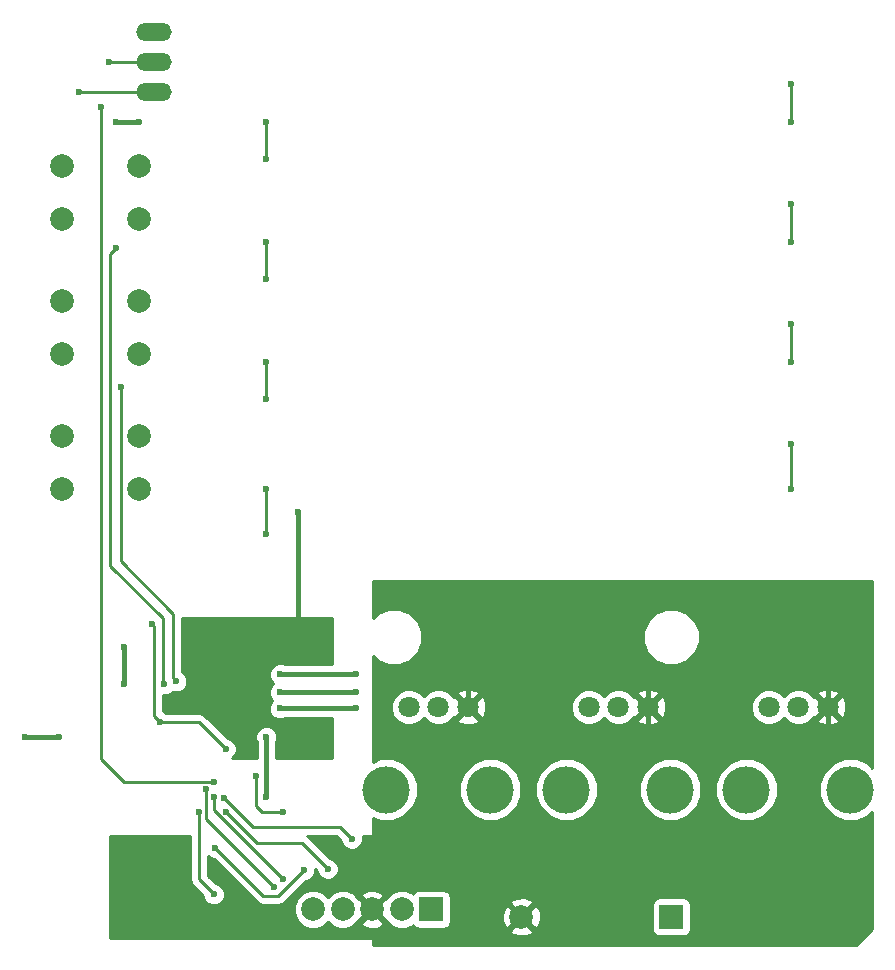
<source format=gbr>
G04 #@! TF.FileFunction,Copper,L2,Bot,Signal*
%FSLAX46Y46*%
G04 Gerber Fmt 4.6, Leading zero omitted, Abs format (unit mm)*
G04 Created by KiCad (PCBNEW 4.0.7-e0-6372~58~ubuntu16.10.1) date Wed Dec 20 17:09:54 2017*
%MOMM*%
%LPD*%
G01*
G04 APERTURE LIST*
%ADD10C,0.100000*%
%ADD11R,2.000000X2.000000*%
%ADD12C,2.000000*%
%ADD13O,3.010000X1.510000*%
%ADD14C,1.800000*%
%ADD15C,4.000000*%
%ADD16C,0.600000*%
%ADD17C,0.400000*%
%ADD18C,0.250000*%
%ADD19C,0.254000*%
G04 APERTURE END LIST*
D10*
D11*
X167005000Y-111760000D03*
D12*
X154305000Y-111760000D03*
D11*
X146685000Y-111125000D03*
D12*
X144165000Y-111125000D03*
X141665000Y-111125000D03*
X139165000Y-111125000D03*
X136665000Y-111125000D03*
D13*
X123190000Y-36830000D03*
X123190000Y-39370000D03*
X123190000Y-41910000D03*
D14*
X149780000Y-93980000D03*
X147280000Y-93980000D03*
X144780000Y-93980000D03*
D15*
X151680000Y-100980000D03*
X142880000Y-100980000D03*
D14*
X165020000Y-93980000D03*
X162520000Y-93980000D03*
X160020000Y-93980000D03*
D15*
X166920000Y-100980000D03*
X158120000Y-100980000D03*
D14*
X180260000Y-93980000D03*
X177760000Y-93980000D03*
X175260000Y-93980000D03*
D15*
X182160000Y-100980000D03*
X173360000Y-100980000D03*
D12*
X121920000Y-48205000D03*
X121920000Y-52705000D03*
X115420000Y-48205000D03*
X115420000Y-52705000D03*
X121920000Y-59635000D03*
X121920000Y-64135000D03*
X115420000Y-59635000D03*
X115420000Y-64135000D03*
X121920000Y-71065000D03*
X121920000Y-75565000D03*
X115420000Y-71065000D03*
X115420000Y-75565000D03*
D16*
X160909000Y-84455000D03*
X150368000Y-84328000D03*
X182753000Y-84836000D03*
X112268000Y-96520000D03*
X115189000Y-96520000D03*
X120015000Y-44450000D03*
X121920000Y-44450000D03*
X120142000Y-105537000D03*
X134112000Y-102870000D03*
X131826000Y-99822000D03*
X137287000Y-105410000D03*
X130810000Y-109855000D03*
X116840000Y-41910000D03*
X140335000Y-91186000D03*
X133858000Y-91186000D03*
X140335000Y-92710000D03*
X133858000Y-92710000D03*
X133858000Y-94107000D03*
X140335000Y-94107000D03*
X132715000Y-96520000D03*
X132715000Y-101600000D03*
X120015000Y-55118000D03*
X124079000Y-92075000D03*
X120396000Y-66929000D03*
X125095000Y-91821000D03*
X129286000Y-97536000D03*
X123698000Y-95250000D03*
X123063000Y-86995000D03*
X126365000Y-86995000D03*
X135382000Y-77470000D03*
X135382000Y-86868000D03*
X127000000Y-102870000D03*
X128270000Y-109855000D03*
X134112000Y-108585000D03*
X128270000Y-101600000D03*
X133350000Y-109220000D03*
X127635000Y-100965000D03*
X119380000Y-39370000D03*
X177165000Y-41275000D03*
X177165000Y-44450000D03*
X132715000Y-44450000D03*
X132715000Y-47625000D03*
X132715000Y-57785000D03*
X132715000Y-54610000D03*
X177165000Y-54610000D03*
X177165000Y-51435000D03*
X132715000Y-67945000D03*
X132715000Y-64770000D03*
X177165000Y-64770000D03*
X177165000Y-61595000D03*
X132715000Y-79375000D03*
X132715000Y-75565000D03*
X177165000Y-75565000D03*
X177165000Y-71755000D03*
X128397000Y-105918000D03*
X135890000Y-107823000D03*
X139954000Y-105156000D03*
X129159000Y-101727000D03*
X137922000Y-107696000D03*
X129286000Y-102870000D03*
X128270000Y-100330000D03*
X118745000Y-43180000D03*
X120650000Y-88900000D03*
X120650000Y-92075000D03*
D17*
X165020000Y-93980000D02*
X165020000Y-91868000D01*
X160909000Y-87757000D02*
X160909000Y-84455000D01*
X165020000Y-91868000D02*
X160909000Y-87757000D01*
X149780000Y-93980000D02*
X149780000Y-84916000D01*
X149780000Y-84916000D02*
X150368000Y-84328000D01*
X182626000Y-87122000D02*
X182626000Y-84963000D01*
X180260000Y-89488000D02*
X182626000Y-87122000D01*
X180260000Y-93980000D02*
X180260000Y-89488000D01*
X182626000Y-84963000D02*
X182753000Y-84836000D01*
X180260000Y-93980000D02*
X180260000Y-96473000D01*
X165956000Y-97028000D02*
X165020000Y-96092000D01*
X179705000Y-97028000D02*
X165956000Y-97028000D01*
X180260000Y-96473000D02*
X179705000Y-97028000D01*
X151320500Y-95567500D02*
X156527500Y-95567500D01*
X165020000Y-96092000D02*
X165020000Y-93980000D01*
X164084000Y-97028000D02*
X165020000Y-96092000D01*
X157988000Y-97028000D02*
X164084000Y-97028000D01*
X156527500Y-95567500D02*
X157988000Y-97028000D01*
X149780000Y-93980000D02*
X149780000Y-94027000D01*
X149780000Y-94027000D02*
X151320500Y-95567500D01*
X151320500Y-95567500D02*
X151384000Y-95631000D01*
X115189000Y-96520000D02*
X112268000Y-96520000D01*
X121920000Y-44450000D02*
X120015000Y-44450000D01*
D18*
X132334000Y-102870000D02*
X134112000Y-102870000D01*
X131826000Y-102362000D02*
X132334000Y-102870000D01*
X131826000Y-99822000D02*
X131826000Y-102362000D01*
X116840000Y-41910000D02*
X123190000Y-41910000D01*
D17*
X133858000Y-91186000D02*
X140335000Y-91186000D01*
X133858000Y-92710000D02*
X140335000Y-92710000D01*
X140335000Y-94107000D02*
X133858000Y-94107000D01*
X132715000Y-101600000D02*
X132715000Y-96520000D01*
D18*
X119507000Y-55626000D02*
X120015000Y-55118000D01*
X119507000Y-82042000D02*
X119507000Y-55626000D01*
X123952000Y-86487000D02*
X119507000Y-82042000D01*
X123952000Y-91948000D02*
X123952000Y-86487000D01*
X124079000Y-92075000D02*
X123952000Y-91948000D01*
X120396000Y-81661000D02*
X120396000Y-66929000D01*
X124841000Y-86106000D02*
X120396000Y-81661000D01*
X124841000Y-91567000D02*
X124841000Y-86106000D01*
X125095000Y-91821000D02*
X124841000Y-91567000D01*
X123698000Y-95250000D02*
X123190000Y-94742000D01*
X129286000Y-97536000D02*
X127000000Y-95250000D01*
X127000000Y-95250000D02*
X123698000Y-95250000D01*
X123190000Y-87122000D02*
X123063000Y-86995000D01*
X123190000Y-94742000D02*
X123190000Y-87122000D01*
D17*
X135382000Y-86868000D02*
X135382000Y-77470000D01*
D18*
X127000000Y-108585000D02*
X127000000Y-102870000D01*
X128270000Y-109855000D02*
X127000000Y-108585000D01*
X134112000Y-108585000D02*
X128270000Y-102743000D01*
X128270000Y-102743000D02*
X128270000Y-101600000D01*
X133350000Y-109220000D02*
X127635000Y-103505000D01*
X127635000Y-103505000D02*
X127635000Y-100965000D01*
X119380000Y-39370000D02*
X123190000Y-39370000D01*
X177165000Y-44450000D02*
X177165000Y-41275000D01*
X132715000Y-47625000D02*
X132715000Y-44450000D01*
X132715000Y-54610000D02*
X132715000Y-57785000D01*
X177165000Y-51435000D02*
X177165000Y-54610000D01*
X132715000Y-64770000D02*
X132715000Y-67945000D01*
X177165000Y-61595000D02*
X177165000Y-64770000D01*
X132715000Y-75565000D02*
X132715000Y-79375000D01*
X177165000Y-71755000D02*
X177165000Y-75565000D01*
X128397000Y-105918000D02*
X132461000Y-109982000D01*
X132461000Y-109982000D02*
X133731000Y-109982000D01*
X133731000Y-109982000D02*
X135890000Y-107823000D01*
X139954000Y-105156000D02*
X138938000Y-104140000D01*
X129159000Y-101727000D02*
X129794000Y-102362000D01*
X131572000Y-104140000D02*
X129794000Y-102362000D01*
X138938000Y-104140000D02*
X131572000Y-104140000D01*
X135763000Y-105537000D02*
X131953000Y-105537000D01*
X137922000Y-107696000D02*
X135763000Y-105537000D01*
X131953000Y-105537000D02*
X129286000Y-102870000D01*
X129286000Y-102870000D02*
X129540000Y-103124000D01*
X120650000Y-100330000D02*
X128270000Y-100330000D01*
X118745000Y-98425000D02*
X120650000Y-100330000D01*
X118745000Y-43180000D02*
X118745000Y-98425000D01*
D17*
X120650000Y-92075000D02*
X120650000Y-88900000D01*
D19*
G36*
X138303000Y-90351000D02*
X134285234Y-90351000D01*
X134044799Y-90251162D01*
X133672833Y-90250838D01*
X133329057Y-90392883D01*
X133065808Y-90655673D01*
X132923162Y-90999201D01*
X132922838Y-91371167D01*
X133064883Y-91714943D01*
X133297709Y-91948176D01*
X133065808Y-92179673D01*
X132923162Y-92523201D01*
X132922838Y-92895167D01*
X133064883Y-93238943D01*
X133234209Y-93408565D01*
X133065808Y-93576673D01*
X132923162Y-93920201D01*
X132922838Y-94292167D01*
X133064883Y-94635943D01*
X133327673Y-94899192D01*
X133671201Y-95041838D01*
X134043167Y-95042162D01*
X134285578Y-94942000D01*
X138303000Y-94942000D01*
X138303000Y-98298000D01*
X133550000Y-98298000D01*
X133550000Y-96947234D01*
X133649838Y-96706799D01*
X133650162Y-96334833D01*
X133508117Y-95991057D01*
X133245327Y-95727808D01*
X132901799Y-95585162D01*
X132529833Y-95584838D01*
X132186057Y-95726883D01*
X131922808Y-95989673D01*
X131780162Y-96333201D01*
X131779838Y-96705167D01*
X131880000Y-96947578D01*
X131880000Y-98298000D01*
X129846114Y-98298000D01*
X130078192Y-98066327D01*
X130220838Y-97722799D01*
X130221162Y-97350833D01*
X130079117Y-97007057D01*
X129816327Y-96743808D01*
X129472799Y-96601162D01*
X129425923Y-96601121D01*
X127537401Y-94712599D01*
X127290839Y-94547852D01*
X127000000Y-94490000D01*
X124260463Y-94490000D01*
X124228327Y-94457808D01*
X123952000Y-94343066D01*
X123952000Y-93009890D01*
X124264167Y-93010162D01*
X124607943Y-92868117D01*
X124775583Y-92700770D01*
X124908201Y-92755838D01*
X125280167Y-92756162D01*
X125623943Y-92614117D01*
X125887192Y-92351327D01*
X126029838Y-92007799D01*
X126030162Y-91635833D01*
X125888117Y-91292057D01*
X125625327Y-91028808D01*
X125601000Y-91018706D01*
X125601000Y-86487000D01*
X138303000Y-86487000D01*
X138303000Y-90351000D01*
X138303000Y-90351000D01*
G37*
X138303000Y-90351000D02*
X134285234Y-90351000D01*
X134044799Y-90251162D01*
X133672833Y-90250838D01*
X133329057Y-90392883D01*
X133065808Y-90655673D01*
X132923162Y-90999201D01*
X132922838Y-91371167D01*
X133064883Y-91714943D01*
X133297709Y-91948176D01*
X133065808Y-92179673D01*
X132923162Y-92523201D01*
X132922838Y-92895167D01*
X133064883Y-93238943D01*
X133234209Y-93408565D01*
X133065808Y-93576673D01*
X132923162Y-93920201D01*
X132922838Y-94292167D01*
X133064883Y-94635943D01*
X133327673Y-94899192D01*
X133671201Y-95041838D01*
X134043167Y-95042162D01*
X134285578Y-94942000D01*
X138303000Y-94942000D01*
X138303000Y-98298000D01*
X133550000Y-98298000D01*
X133550000Y-96947234D01*
X133649838Y-96706799D01*
X133650162Y-96334833D01*
X133508117Y-95991057D01*
X133245327Y-95727808D01*
X132901799Y-95585162D01*
X132529833Y-95584838D01*
X132186057Y-95726883D01*
X131922808Y-95989673D01*
X131780162Y-96333201D01*
X131779838Y-96705167D01*
X131880000Y-96947578D01*
X131880000Y-98298000D01*
X129846114Y-98298000D01*
X130078192Y-98066327D01*
X130220838Y-97722799D01*
X130221162Y-97350833D01*
X130079117Y-97007057D01*
X129816327Y-96743808D01*
X129472799Y-96601162D01*
X129425923Y-96601121D01*
X127537401Y-94712599D01*
X127290839Y-94547852D01*
X127000000Y-94490000D01*
X124260463Y-94490000D01*
X124228327Y-94457808D01*
X123952000Y-94343066D01*
X123952000Y-93009890D01*
X124264167Y-93010162D01*
X124607943Y-92868117D01*
X124775583Y-92700770D01*
X124908201Y-92755838D01*
X125280167Y-92756162D01*
X125623943Y-92614117D01*
X125887192Y-92351327D01*
X126029838Y-92007799D01*
X126030162Y-91635833D01*
X125888117Y-91292057D01*
X125625327Y-91028808D01*
X125601000Y-91018706D01*
X125601000Y-86487000D01*
X138303000Y-86487000D01*
X138303000Y-90351000D01*
G36*
X184023000Y-99116545D02*
X183654557Y-98747458D01*
X182686433Y-98345458D01*
X181638166Y-98344543D01*
X180669342Y-98744853D01*
X179927458Y-99485443D01*
X179525458Y-100453567D01*
X179524543Y-101501834D01*
X179924853Y-102470658D01*
X180665443Y-103212542D01*
X181633567Y-103614542D01*
X182681834Y-103615457D01*
X183650658Y-103215147D01*
X184023000Y-102843454D01*
X184023000Y-112787908D01*
X182637908Y-114173000D01*
X141732000Y-114173000D01*
X141732000Y-113665000D01*
X141721994Y-113615590D01*
X141693553Y-113573965D01*
X141651159Y-113546685D01*
X141605000Y-113538000D01*
X119507000Y-113538000D01*
X119507000Y-112912532D01*
X153332073Y-112912532D01*
X153430736Y-113179387D01*
X154040461Y-113405908D01*
X154690460Y-113381856D01*
X155179264Y-113179387D01*
X155277927Y-112912532D01*
X154305000Y-111939605D01*
X153332073Y-112912532D01*
X119507000Y-112912532D01*
X119507000Y-111448795D01*
X135029716Y-111448795D01*
X135278106Y-112049943D01*
X135737637Y-112510278D01*
X136338352Y-112759716D01*
X136988795Y-112760284D01*
X137589943Y-112511894D01*
X137915164Y-112187241D01*
X138237637Y-112510278D01*
X138838352Y-112759716D01*
X139488795Y-112760284D01*
X140089943Y-112511894D01*
X140324715Y-112277532D01*
X140692073Y-112277532D01*
X140790736Y-112544387D01*
X141400461Y-112770908D01*
X142050460Y-112746856D01*
X142539264Y-112544387D01*
X142637927Y-112277532D01*
X141665000Y-111304605D01*
X140692073Y-112277532D01*
X140324715Y-112277532D01*
X140506752Y-112095813D01*
X140512468Y-112097927D01*
X141485395Y-111125000D01*
X141844605Y-111125000D01*
X142817532Y-112097927D01*
X142823722Y-112095639D01*
X143237637Y-112510278D01*
X143838352Y-112759716D01*
X144488795Y-112760284D01*
X145089943Y-112511894D01*
X145144396Y-112457536D01*
X145220910Y-112576441D01*
X145433110Y-112721431D01*
X145685000Y-112772440D01*
X147685000Y-112772440D01*
X147920317Y-112728162D01*
X148136441Y-112589090D01*
X148281431Y-112376890D01*
X148332440Y-112125000D01*
X148332440Y-111495461D01*
X152659092Y-111495461D01*
X152683144Y-112145460D01*
X152885613Y-112634264D01*
X153152468Y-112732927D01*
X154125395Y-111760000D01*
X154484605Y-111760000D01*
X155457532Y-112732927D01*
X155724387Y-112634264D01*
X155950908Y-112024539D01*
X155926856Y-111374540D01*
X155724387Y-110885736D01*
X155457532Y-110787073D01*
X154484605Y-111760000D01*
X154125395Y-111760000D01*
X153152468Y-110787073D01*
X152885613Y-110885736D01*
X152659092Y-111495461D01*
X148332440Y-111495461D01*
X148332440Y-110607468D01*
X153332073Y-110607468D01*
X154305000Y-111580395D01*
X155125395Y-110760000D01*
X165357560Y-110760000D01*
X165357560Y-112760000D01*
X165401838Y-112995317D01*
X165540910Y-113211441D01*
X165753110Y-113356431D01*
X166005000Y-113407440D01*
X168005000Y-113407440D01*
X168240317Y-113363162D01*
X168456441Y-113224090D01*
X168601431Y-113011890D01*
X168652440Y-112760000D01*
X168652440Y-110760000D01*
X168608162Y-110524683D01*
X168469090Y-110308559D01*
X168256890Y-110163569D01*
X168005000Y-110112560D01*
X166005000Y-110112560D01*
X165769683Y-110156838D01*
X165553559Y-110295910D01*
X165408569Y-110508110D01*
X165357560Y-110760000D01*
X155125395Y-110760000D01*
X155277927Y-110607468D01*
X155179264Y-110340613D01*
X154569539Y-110114092D01*
X153919540Y-110138144D01*
X153430736Y-110340613D01*
X153332073Y-110607468D01*
X148332440Y-110607468D01*
X148332440Y-110125000D01*
X148288162Y-109889683D01*
X148149090Y-109673559D01*
X147936890Y-109528569D01*
X147685000Y-109477560D01*
X145685000Y-109477560D01*
X145449683Y-109521838D01*
X145233559Y-109660910D01*
X145144217Y-109791667D01*
X145092363Y-109739722D01*
X144491648Y-109490284D01*
X143841205Y-109489716D01*
X143240057Y-109738106D01*
X142823248Y-110154187D01*
X142817532Y-110152073D01*
X141844605Y-111125000D01*
X141485395Y-111125000D01*
X140512468Y-110152073D01*
X140506278Y-110154361D01*
X140324703Y-109972468D01*
X140692073Y-109972468D01*
X141665000Y-110945395D01*
X142637927Y-109972468D01*
X142539264Y-109705613D01*
X141929539Y-109479092D01*
X141279540Y-109503144D01*
X140790736Y-109705613D01*
X140692073Y-109972468D01*
X140324703Y-109972468D01*
X140092363Y-109739722D01*
X139491648Y-109490284D01*
X138841205Y-109489716D01*
X138240057Y-109738106D01*
X137914836Y-110062759D01*
X137592363Y-109739722D01*
X136991648Y-109490284D01*
X136341205Y-109489716D01*
X135740057Y-109738106D01*
X135279722Y-110197637D01*
X135030284Y-110798352D01*
X135029716Y-111448795D01*
X119507000Y-111448795D01*
X119507000Y-104902000D01*
X126240000Y-104902000D01*
X126240000Y-108585000D01*
X126297852Y-108875839D01*
X126462599Y-109122401D01*
X127334878Y-109994680D01*
X127334838Y-110040167D01*
X127476883Y-110383943D01*
X127739673Y-110647192D01*
X128083201Y-110789838D01*
X128455167Y-110790162D01*
X128798943Y-110648117D01*
X129062192Y-110385327D01*
X129204838Y-110041799D01*
X129205162Y-109669833D01*
X129063117Y-109326057D01*
X128800327Y-109062808D01*
X128456799Y-108920162D01*
X128409923Y-108920121D01*
X127760000Y-108270198D01*
X127760000Y-106603333D01*
X127866673Y-106710192D01*
X128210201Y-106852838D01*
X128257077Y-106852879D01*
X131923599Y-110519401D01*
X132170161Y-110684148D01*
X132461000Y-110742000D01*
X133731000Y-110742000D01*
X134021839Y-110684148D01*
X134268401Y-110519401D01*
X136029680Y-108758122D01*
X136075167Y-108758162D01*
X136418943Y-108616117D01*
X136682192Y-108353327D01*
X136824838Y-108009799D01*
X136825131Y-107673933D01*
X136986878Y-107835680D01*
X136986838Y-107881167D01*
X137128883Y-108224943D01*
X137391673Y-108488192D01*
X137735201Y-108630838D01*
X138107167Y-108631162D01*
X138450943Y-108489117D01*
X138714192Y-108226327D01*
X138856838Y-107882799D01*
X138857162Y-107510833D01*
X138715117Y-107167057D01*
X138452327Y-106903808D01*
X138108799Y-106761162D01*
X138061923Y-106761121D01*
X136300401Y-104999599D01*
X136154333Y-104902000D01*
X138625198Y-104902000D01*
X139018878Y-105295680D01*
X139018838Y-105341167D01*
X139160883Y-105684943D01*
X139423673Y-105948192D01*
X139767201Y-106090838D01*
X140139167Y-106091162D01*
X140482943Y-105949117D01*
X140746192Y-105686327D01*
X140888838Y-105342799D01*
X140889162Y-104970833D01*
X140860721Y-104902000D01*
X141605000Y-104902000D01*
X141654410Y-104891994D01*
X141696035Y-104863553D01*
X141723315Y-104821159D01*
X141732000Y-104775000D01*
X141732000Y-103356445D01*
X142353567Y-103614542D01*
X143401834Y-103615457D01*
X144370658Y-103215147D01*
X145112542Y-102474557D01*
X145514542Y-101506433D01*
X145514546Y-101501834D01*
X149044543Y-101501834D01*
X149444853Y-102470658D01*
X150185443Y-103212542D01*
X151153567Y-103614542D01*
X152201834Y-103615457D01*
X153170658Y-103215147D01*
X153912542Y-102474557D01*
X154314542Y-101506433D01*
X154314546Y-101501834D01*
X155484543Y-101501834D01*
X155884853Y-102470658D01*
X156625443Y-103212542D01*
X157593567Y-103614542D01*
X158641834Y-103615457D01*
X159610658Y-103215147D01*
X160352542Y-102474557D01*
X160754542Y-101506433D01*
X160754546Y-101501834D01*
X164284543Y-101501834D01*
X164684853Y-102470658D01*
X165425443Y-103212542D01*
X166393567Y-103614542D01*
X167441834Y-103615457D01*
X168410658Y-103215147D01*
X169152542Y-102474557D01*
X169554542Y-101506433D01*
X169554546Y-101501834D01*
X170724543Y-101501834D01*
X171124853Y-102470658D01*
X171865443Y-103212542D01*
X172833567Y-103614542D01*
X173881834Y-103615457D01*
X174850658Y-103215147D01*
X175592542Y-102474557D01*
X175994542Y-101506433D01*
X175995457Y-100458166D01*
X175595147Y-99489342D01*
X174854557Y-98747458D01*
X173886433Y-98345458D01*
X172838166Y-98344543D01*
X171869342Y-98744853D01*
X171127458Y-99485443D01*
X170725458Y-100453567D01*
X170724543Y-101501834D01*
X169554546Y-101501834D01*
X169555457Y-100458166D01*
X169155147Y-99489342D01*
X168414557Y-98747458D01*
X167446433Y-98345458D01*
X166398166Y-98344543D01*
X165429342Y-98744853D01*
X164687458Y-99485443D01*
X164285458Y-100453567D01*
X164284543Y-101501834D01*
X160754546Y-101501834D01*
X160755457Y-100458166D01*
X160355147Y-99489342D01*
X159614557Y-98747458D01*
X158646433Y-98345458D01*
X157598166Y-98344543D01*
X156629342Y-98744853D01*
X155887458Y-99485443D01*
X155485458Y-100453567D01*
X155484543Y-101501834D01*
X154314546Y-101501834D01*
X154315457Y-100458166D01*
X153915147Y-99489342D01*
X153174557Y-98747458D01*
X152206433Y-98345458D01*
X151158166Y-98344543D01*
X150189342Y-98744853D01*
X149447458Y-99485443D01*
X149045458Y-100453567D01*
X149044543Y-101501834D01*
X145514546Y-101501834D01*
X145515457Y-100458166D01*
X145115147Y-99489342D01*
X144374557Y-98747458D01*
X143406433Y-98345458D01*
X142358166Y-98344543D01*
X141732000Y-98603270D01*
X141732000Y-94283991D01*
X143244735Y-94283991D01*
X143477932Y-94848371D01*
X143909357Y-95280551D01*
X144473330Y-95514733D01*
X145083991Y-95515265D01*
X145648371Y-95282068D01*
X146030288Y-94900818D01*
X146409357Y-95280551D01*
X146973330Y-95514733D01*
X147583991Y-95515265D01*
X148148371Y-95282068D01*
X148370668Y-95060159D01*
X148879446Y-95060159D01*
X148965852Y-95316643D01*
X149539336Y-95526458D01*
X150149460Y-95500839D01*
X150594148Y-95316643D01*
X150680554Y-95060159D01*
X149780000Y-94159605D01*
X148879446Y-95060159D01*
X148370668Y-95060159D01*
X148580551Y-94850643D01*
X148584294Y-94841628D01*
X148699841Y-94880554D01*
X149600395Y-93980000D01*
X149959605Y-93980000D01*
X150860159Y-94880554D01*
X151116643Y-94794148D01*
X151303289Y-94283991D01*
X158484735Y-94283991D01*
X158717932Y-94848371D01*
X159149357Y-95280551D01*
X159713330Y-95514733D01*
X160323991Y-95515265D01*
X160888371Y-95282068D01*
X161270288Y-94900818D01*
X161649357Y-95280551D01*
X162213330Y-95514733D01*
X162823991Y-95515265D01*
X163388371Y-95282068D01*
X163610668Y-95060159D01*
X164119446Y-95060159D01*
X164205852Y-95316643D01*
X164779336Y-95526458D01*
X165389460Y-95500839D01*
X165834148Y-95316643D01*
X165920554Y-95060159D01*
X165020000Y-94159605D01*
X164119446Y-95060159D01*
X163610668Y-95060159D01*
X163820551Y-94850643D01*
X163824294Y-94841628D01*
X163939841Y-94880554D01*
X164840395Y-93980000D01*
X165199605Y-93980000D01*
X166100159Y-94880554D01*
X166356643Y-94794148D01*
X166543289Y-94283991D01*
X173724735Y-94283991D01*
X173957932Y-94848371D01*
X174389357Y-95280551D01*
X174953330Y-95514733D01*
X175563991Y-95515265D01*
X176128371Y-95282068D01*
X176510288Y-94900818D01*
X176889357Y-95280551D01*
X177453330Y-95514733D01*
X178063991Y-95515265D01*
X178628371Y-95282068D01*
X178850668Y-95060159D01*
X179359446Y-95060159D01*
X179445852Y-95316643D01*
X180019336Y-95526458D01*
X180629460Y-95500839D01*
X181074148Y-95316643D01*
X181160554Y-95060159D01*
X180260000Y-94159605D01*
X179359446Y-95060159D01*
X178850668Y-95060159D01*
X179060551Y-94850643D01*
X179064294Y-94841628D01*
X179179841Y-94880554D01*
X180080395Y-93980000D01*
X180439605Y-93980000D01*
X181340159Y-94880554D01*
X181596643Y-94794148D01*
X181806458Y-94220664D01*
X181780839Y-93610540D01*
X181596643Y-93165852D01*
X181340159Y-93079446D01*
X180439605Y-93980000D01*
X180080395Y-93980000D01*
X179179841Y-93079446D01*
X179064786Y-93118207D01*
X179062068Y-93111629D01*
X178850650Y-92899841D01*
X179359446Y-92899841D01*
X180260000Y-93800395D01*
X181160554Y-92899841D01*
X181074148Y-92643357D01*
X180500664Y-92433542D01*
X179890540Y-92459161D01*
X179445852Y-92643357D01*
X179359446Y-92899841D01*
X178850650Y-92899841D01*
X178630643Y-92679449D01*
X178066670Y-92445267D01*
X177456009Y-92444735D01*
X176891629Y-92677932D01*
X176509712Y-93059182D01*
X176130643Y-92679449D01*
X175566670Y-92445267D01*
X174956009Y-92444735D01*
X174391629Y-92677932D01*
X173959449Y-93109357D01*
X173725267Y-93673330D01*
X173724735Y-94283991D01*
X166543289Y-94283991D01*
X166566458Y-94220664D01*
X166540839Y-93610540D01*
X166356643Y-93165852D01*
X166100159Y-93079446D01*
X165199605Y-93980000D01*
X164840395Y-93980000D01*
X163939841Y-93079446D01*
X163824786Y-93118207D01*
X163822068Y-93111629D01*
X163610650Y-92899841D01*
X164119446Y-92899841D01*
X165020000Y-93800395D01*
X165920554Y-92899841D01*
X165834148Y-92643357D01*
X165260664Y-92433542D01*
X164650540Y-92459161D01*
X164205852Y-92643357D01*
X164119446Y-92899841D01*
X163610650Y-92899841D01*
X163390643Y-92679449D01*
X162826670Y-92445267D01*
X162216009Y-92444735D01*
X161651629Y-92677932D01*
X161269712Y-93059182D01*
X160890643Y-92679449D01*
X160326670Y-92445267D01*
X159716009Y-92444735D01*
X159151629Y-92677932D01*
X158719449Y-93109357D01*
X158485267Y-93673330D01*
X158484735Y-94283991D01*
X151303289Y-94283991D01*
X151326458Y-94220664D01*
X151300839Y-93610540D01*
X151116643Y-93165852D01*
X150860159Y-93079446D01*
X149959605Y-93980000D01*
X149600395Y-93980000D01*
X148699841Y-93079446D01*
X148584786Y-93118207D01*
X148582068Y-93111629D01*
X148370650Y-92899841D01*
X148879446Y-92899841D01*
X149780000Y-93800395D01*
X150680554Y-92899841D01*
X150594148Y-92643357D01*
X150020664Y-92433542D01*
X149410540Y-92459161D01*
X148965852Y-92643357D01*
X148879446Y-92899841D01*
X148370650Y-92899841D01*
X148150643Y-92679449D01*
X147586670Y-92445267D01*
X146976009Y-92444735D01*
X146411629Y-92677932D01*
X146029712Y-93059182D01*
X145650643Y-92679449D01*
X145086670Y-92445267D01*
X144476009Y-92444735D01*
X143911629Y-92677932D01*
X143479449Y-93109357D01*
X143245267Y-93673330D01*
X143244735Y-94283991D01*
X141732000Y-94283991D01*
X141732000Y-89631141D01*
X142157242Y-90057126D01*
X143033513Y-90420985D01*
X143982325Y-90421813D01*
X144859229Y-90059484D01*
X145530726Y-89389158D01*
X145894585Y-88512887D01*
X145894588Y-88508725D01*
X164619587Y-88508725D01*
X164981916Y-89385629D01*
X165652242Y-90057126D01*
X166528513Y-90420985D01*
X167477325Y-90421813D01*
X168354229Y-90059484D01*
X169025726Y-89389158D01*
X169389585Y-88512887D01*
X169390413Y-87564075D01*
X169028084Y-86687171D01*
X168357758Y-86015674D01*
X167481487Y-85651815D01*
X166532675Y-85650987D01*
X165655771Y-86013316D01*
X164984274Y-86683642D01*
X164620415Y-87559913D01*
X164619587Y-88508725D01*
X145894588Y-88508725D01*
X145895413Y-87564075D01*
X145533084Y-86687171D01*
X144862758Y-86015674D01*
X143986487Y-85651815D01*
X143037675Y-85650987D01*
X142160771Y-86013316D01*
X141732000Y-86441339D01*
X141732000Y-83312000D01*
X184023000Y-83312000D01*
X184023000Y-99116545D01*
X184023000Y-99116545D01*
G37*
X184023000Y-99116545D02*
X183654557Y-98747458D01*
X182686433Y-98345458D01*
X181638166Y-98344543D01*
X180669342Y-98744853D01*
X179927458Y-99485443D01*
X179525458Y-100453567D01*
X179524543Y-101501834D01*
X179924853Y-102470658D01*
X180665443Y-103212542D01*
X181633567Y-103614542D01*
X182681834Y-103615457D01*
X183650658Y-103215147D01*
X184023000Y-102843454D01*
X184023000Y-112787908D01*
X182637908Y-114173000D01*
X141732000Y-114173000D01*
X141732000Y-113665000D01*
X141721994Y-113615590D01*
X141693553Y-113573965D01*
X141651159Y-113546685D01*
X141605000Y-113538000D01*
X119507000Y-113538000D01*
X119507000Y-112912532D01*
X153332073Y-112912532D01*
X153430736Y-113179387D01*
X154040461Y-113405908D01*
X154690460Y-113381856D01*
X155179264Y-113179387D01*
X155277927Y-112912532D01*
X154305000Y-111939605D01*
X153332073Y-112912532D01*
X119507000Y-112912532D01*
X119507000Y-111448795D01*
X135029716Y-111448795D01*
X135278106Y-112049943D01*
X135737637Y-112510278D01*
X136338352Y-112759716D01*
X136988795Y-112760284D01*
X137589943Y-112511894D01*
X137915164Y-112187241D01*
X138237637Y-112510278D01*
X138838352Y-112759716D01*
X139488795Y-112760284D01*
X140089943Y-112511894D01*
X140324715Y-112277532D01*
X140692073Y-112277532D01*
X140790736Y-112544387D01*
X141400461Y-112770908D01*
X142050460Y-112746856D01*
X142539264Y-112544387D01*
X142637927Y-112277532D01*
X141665000Y-111304605D01*
X140692073Y-112277532D01*
X140324715Y-112277532D01*
X140506752Y-112095813D01*
X140512468Y-112097927D01*
X141485395Y-111125000D01*
X141844605Y-111125000D01*
X142817532Y-112097927D01*
X142823722Y-112095639D01*
X143237637Y-112510278D01*
X143838352Y-112759716D01*
X144488795Y-112760284D01*
X145089943Y-112511894D01*
X145144396Y-112457536D01*
X145220910Y-112576441D01*
X145433110Y-112721431D01*
X145685000Y-112772440D01*
X147685000Y-112772440D01*
X147920317Y-112728162D01*
X148136441Y-112589090D01*
X148281431Y-112376890D01*
X148332440Y-112125000D01*
X148332440Y-111495461D01*
X152659092Y-111495461D01*
X152683144Y-112145460D01*
X152885613Y-112634264D01*
X153152468Y-112732927D01*
X154125395Y-111760000D01*
X154484605Y-111760000D01*
X155457532Y-112732927D01*
X155724387Y-112634264D01*
X155950908Y-112024539D01*
X155926856Y-111374540D01*
X155724387Y-110885736D01*
X155457532Y-110787073D01*
X154484605Y-111760000D01*
X154125395Y-111760000D01*
X153152468Y-110787073D01*
X152885613Y-110885736D01*
X152659092Y-111495461D01*
X148332440Y-111495461D01*
X148332440Y-110607468D01*
X153332073Y-110607468D01*
X154305000Y-111580395D01*
X155125395Y-110760000D01*
X165357560Y-110760000D01*
X165357560Y-112760000D01*
X165401838Y-112995317D01*
X165540910Y-113211441D01*
X165753110Y-113356431D01*
X166005000Y-113407440D01*
X168005000Y-113407440D01*
X168240317Y-113363162D01*
X168456441Y-113224090D01*
X168601431Y-113011890D01*
X168652440Y-112760000D01*
X168652440Y-110760000D01*
X168608162Y-110524683D01*
X168469090Y-110308559D01*
X168256890Y-110163569D01*
X168005000Y-110112560D01*
X166005000Y-110112560D01*
X165769683Y-110156838D01*
X165553559Y-110295910D01*
X165408569Y-110508110D01*
X165357560Y-110760000D01*
X155125395Y-110760000D01*
X155277927Y-110607468D01*
X155179264Y-110340613D01*
X154569539Y-110114092D01*
X153919540Y-110138144D01*
X153430736Y-110340613D01*
X153332073Y-110607468D01*
X148332440Y-110607468D01*
X148332440Y-110125000D01*
X148288162Y-109889683D01*
X148149090Y-109673559D01*
X147936890Y-109528569D01*
X147685000Y-109477560D01*
X145685000Y-109477560D01*
X145449683Y-109521838D01*
X145233559Y-109660910D01*
X145144217Y-109791667D01*
X145092363Y-109739722D01*
X144491648Y-109490284D01*
X143841205Y-109489716D01*
X143240057Y-109738106D01*
X142823248Y-110154187D01*
X142817532Y-110152073D01*
X141844605Y-111125000D01*
X141485395Y-111125000D01*
X140512468Y-110152073D01*
X140506278Y-110154361D01*
X140324703Y-109972468D01*
X140692073Y-109972468D01*
X141665000Y-110945395D01*
X142637927Y-109972468D01*
X142539264Y-109705613D01*
X141929539Y-109479092D01*
X141279540Y-109503144D01*
X140790736Y-109705613D01*
X140692073Y-109972468D01*
X140324703Y-109972468D01*
X140092363Y-109739722D01*
X139491648Y-109490284D01*
X138841205Y-109489716D01*
X138240057Y-109738106D01*
X137914836Y-110062759D01*
X137592363Y-109739722D01*
X136991648Y-109490284D01*
X136341205Y-109489716D01*
X135740057Y-109738106D01*
X135279722Y-110197637D01*
X135030284Y-110798352D01*
X135029716Y-111448795D01*
X119507000Y-111448795D01*
X119507000Y-104902000D01*
X126240000Y-104902000D01*
X126240000Y-108585000D01*
X126297852Y-108875839D01*
X126462599Y-109122401D01*
X127334878Y-109994680D01*
X127334838Y-110040167D01*
X127476883Y-110383943D01*
X127739673Y-110647192D01*
X128083201Y-110789838D01*
X128455167Y-110790162D01*
X128798943Y-110648117D01*
X129062192Y-110385327D01*
X129204838Y-110041799D01*
X129205162Y-109669833D01*
X129063117Y-109326057D01*
X128800327Y-109062808D01*
X128456799Y-108920162D01*
X128409923Y-108920121D01*
X127760000Y-108270198D01*
X127760000Y-106603333D01*
X127866673Y-106710192D01*
X128210201Y-106852838D01*
X128257077Y-106852879D01*
X131923599Y-110519401D01*
X132170161Y-110684148D01*
X132461000Y-110742000D01*
X133731000Y-110742000D01*
X134021839Y-110684148D01*
X134268401Y-110519401D01*
X136029680Y-108758122D01*
X136075167Y-108758162D01*
X136418943Y-108616117D01*
X136682192Y-108353327D01*
X136824838Y-108009799D01*
X136825131Y-107673933D01*
X136986878Y-107835680D01*
X136986838Y-107881167D01*
X137128883Y-108224943D01*
X137391673Y-108488192D01*
X137735201Y-108630838D01*
X138107167Y-108631162D01*
X138450943Y-108489117D01*
X138714192Y-108226327D01*
X138856838Y-107882799D01*
X138857162Y-107510833D01*
X138715117Y-107167057D01*
X138452327Y-106903808D01*
X138108799Y-106761162D01*
X138061923Y-106761121D01*
X136300401Y-104999599D01*
X136154333Y-104902000D01*
X138625198Y-104902000D01*
X139018878Y-105295680D01*
X139018838Y-105341167D01*
X139160883Y-105684943D01*
X139423673Y-105948192D01*
X139767201Y-106090838D01*
X140139167Y-106091162D01*
X140482943Y-105949117D01*
X140746192Y-105686327D01*
X140888838Y-105342799D01*
X140889162Y-104970833D01*
X140860721Y-104902000D01*
X141605000Y-104902000D01*
X141654410Y-104891994D01*
X141696035Y-104863553D01*
X141723315Y-104821159D01*
X141732000Y-104775000D01*
X141732000Y-103356445D01*
X142353567Y-103614542D01*
X143401834Y-103615457D01*
X144370658Y-103215147D01*
X145112542Y-102474557D01*
X145514542Y-101506433D01*
X145514546Y-101501834D01*
X149044543Y-101501834D01*
X149444853Y-102470658D01*
X150185443Y-103212542D01*
X151153567Y-103614542D01*
X152201834Y-103615457D01*
X153170658Y-103215147D01*
X153912542Y-102474557D01*
X154314542Y-101506433D01*
X154314546Y-101501834D01*
X155484543Y-101501834D01*
X155884853Y-102470658D01*
X156625443Y-103212542D01*
X157593567Y-103614542D01*
X158641834Y-103615457D01*
X159610658Y-103215147D01*
X160352542Y-102474557D01*
X160754542Y-101506433D01*
X160754546Y-101501834D01*
X164284543Y-101501834D01*
X164684853Y-102470658D01*
X165425443Y-103212542D01*
X166393567Y-103614542D01*
X167441834Y-103615457D01*
X168410658Y-103215147D01*
X169152542Y-102474557D01*
X169554542Y-101506433D01*
X169554546Y-101501834D01*
X170724543Y-101501834D01*
X171124853Y-102470658D01*
X171865443Y-103212542D01*
X172833567Y-103614542D01*
X173881834Y-103615457D01*
X174850658Y-103215147D01*
X175592542Y-102474557D01*
X175994542Y-101506433D01*
X175995457Y-100458166D01*
X175595147Y-99489342D01*
X174854557Y-98747458D01*
X173886433Y-98345458D01*
X172838166Y-98344543D01*
X171869342Y-98744853D01*
X171127458Y-99485443D01*
X170725458Y-100453567D01*
X170724543Y-101501834D01*
X169554546Y-101501834D01*
X169555457Y-100458166D01*
X169155147Y-99489342D01*
X168414557Y-98747458D01*
X167446433Y-98345458D01*
X166398166Y-98344543D01*
X165429342Y-98744853D01*
X164687458Y-99485443D01*
X164285458Y-100453567D01*
X164284543Y-101501834D01*
X160754546Y-101501834D01*
X160755457Y-100458166D01*
X160355147Y-99489342D01*
X159614557Y-98747458D01*
X158646433Y-98345458D01*
X157598166Y-98344543D01*
X156629342Y-98744853D01*
X155887458Y-99485443D01*
X155485458Y-100453567D01*
X155484543Y-101501834D01*
X154314546Y-101501834D01*
X154315457Y-100458166D01*
X153915147Y-99489342D01*
X153174557Y-98747458D01*
X152206433Y-98345458D01*
X151158166Y-98344543D01*
X150189342Y-98744853D01*
X149447458Y-99485443D01*
X149045458Y-100453567D01*
X149044543Y-101501834D01*
X145514546Y-101501834D01*
X145515457Y-100458166D01*
X145115147Y-99489342D01*
X144374557Y-98747458D01*
X143406433Y-98345458D01*
X142358166Y-98344543D01*
X141732000Y-98603270D01*
X141732000Y-94283991D01*
X143244735Y-94283991D01*
X143477932Y-94848371D01*
X143909357Y-95280551D01*
X144473330Y-95514733D01*
X145083991Y-95515265D01*
X145648371Y-95282068D01*
X146030288Y-94900818D01*
X146409357Y-95280551D01*
X146973330Y-95514733D01*
X147583991Y-95515265D01*
X148148371Y-95282068D01*
X148370668Y-95060159D01*
X148879446Y-95060159D01*
X148965852Y-95316643D01*
X149539336Y-95526458D01*
X150149460Y-95500839D01*
X150594148Y-95316643D01*
X150680554Y-95060159D01*
X149780000Y-94159605D01*
X148879446Y-95060159D01*
X148370668Y-95060159D01*
X148580551Y-94850643D01*
X148584294Y-94841628D01*
X148699841Y-94880554D01*
X149600395Y-93980000D01*
X149959605Y-93980000D01*
X150860159Y-94880554D01*
X151116643Y-94794148D01*
X151303289Y-94283991D01*
X158484735Y-94283991D01*
X158717932Y-94848371D01*
X159149357Y-95280551D01*
X159713330Y-95514733D01*
X160323991Y-95515265D01*
X160888371Y-95282068D01*
X161270288Y-94900818D01*
X161649357Y-95280551D01*
X162213330Y-95514733D01*
X162823991Y-95515265D01*
X163388371Y-95282068D01*
X163610668Y-95060159D01*
X164119446Y-95060159D01*
X164205852Y-95316643D01*
X164779336Y-95526458D01*
X165389460Y-95500839D01*
X165834148Y-95316643D01*
X165920554Y-95060159D01*
X165020000Y-94159605D01*
X164119446Y-95060159D01*
X163610668Y-95060159D01*
X163820551Y-94850643D01*
X163824294Y-94841628D01*
X163939841Y-94880554D01*
X164840395Y-93980000D01*
X165199605Y-93980000D01*
X166100159Y-94880554D01*
X166356643Y-94794148D01*
X166543289Y-94283991D01*
X173724735Y-94283991D01*
X173957932Y-94848371D01*
X174389357Y-95280551D01*
X174953330Y-95514733D01*
X175563991Y-95515265D01*
X176128371Y-95282068D01*
X176510288Y-94900818D01*
X176889357Y-95280551D01*
X177453330Y-95514733D01*
X178063991Y-95515265D01*
X178628371Y-95282068D01*
X178850668Y-95060159D01*
X179359446Y-95060159D01*
X179445852Y-95316643D01*
X180019336Y-95526458D01*
X180629460Y-95500839D01*
X181074148Y-95316643D01*
X181160554Y-95060159D01*
X180260000Y-94159605D01*
X179359446Y-95060159D01*
X178850668Y-95060159D01*
X179060551Y-94850643D01*
X179064294Y-94841628D01*
X179179841Y-94880554D01*
X180080395Y-93980000D01*
X180439605Y-93980000D01*
X181340159Y-94880554D01*
X181596643Y-94794148D01*
X181806458Y-94220664D01*
X181780839Y-93610540D01*
X181596643Y-93165852D01*
X181340159Y-93079446D01*
X180439605Y-93980000D01*
X180080395Y-93980000D01*
X179179841Y-93079446D01*
X179064786Y-93118207D01*
X179062068Y-93111629D01*
X178850650Y-92899841D01*
X179359446Y-92899841D01*
X180260000Y-93800395D01*
X181160554Y-92899841D01*
X181074148Y-92643357D01*
X180500664Y-92433542D01*
X179890540Y-92459161D01*
X179445852Y-92643357D01*
X179359446Y-92899841D01*
X178850650Y-92899841D01*
X178630643Y-92679449D01*
X178066670Y-92445267D01*
X177456009Y-92444735D01*
X176891629Y-92677932D01*
X176509712Y-93059182D01*
X176130643Y-92679449D01*
X175566670Y-92445267D01*
X174956009Y-92444735D01*
X174391629Y-92677932D01*
X173959449Y-93109357D01*
X173725267Y-93673330D01*
X173724735Y-94283991D01*
X166543289Y-94283991D01*
X166566458Y-94220664D01*
X166540839Y-93610540D01*
X166356643Y-93165852D01*
X166100159Y-93079446D01*
X165199605Y-93980000D01*
X164840395Y-93980000D01*
X163939841Y-93079446D01*
X163824786Y-93118207D01*
X163822068Y-93111629D01*
X163610650Y-92899841D01*
X164119446Y-92899841D01*
X165020000Y-93800395D01*
X165920554Y-92899841D01*
X165834148Y-92643357D01*
X165260664Y-92433542D01*
X164650540Y-92459161D01*
X164205852Y-92643357D01*
X164119446Y-92899841D01*
X163610650Y-92899841D01*
X163390643Y-92679449D01*
X162826670Y-92445267D01*
X162216009Y-92444735D01*
X161651629Y-92677932D01*
X161269712Y-93059182D01*
X160890643Y-92679449D01*
X160326670Y-92445267D01*
X159716009Y-92444735D01*
X159151629Y-92677932D01*
X158719449Y-93109357D01*
X158485267Y-93673330D01*
X158484735Y-94283991D01*
X151303289Y-94283991D01*
X151326458Y-94220664D01*
X151300839Y-93610540D01*
X151116643Y-93165852D01*
X150860159Y-93079446D01*
X149959605Y-93980000D01*
X149600395Y-93980000D01*
X148699841Y-93079446D01*
X148584786Y-93118207D01*
X148582068Y-93111629D01*
X148370650Y-92899841D01*
X148879446Y-92899841D01*
X149780000Y-93800395D01*
X150680554Y-92899841D01*
X150594148Y-92643357D01*
X150020664Y-92433542D01*
X149410540Y-92459161D01*
X148965852Y-92643357D01*
X148879446Y-92899841D01*
X148370650Y-92899841D01*
X148150643Y-92679449D01*
X147586670Y-92445267D01*
X146976009Y-92444735D01*
X146411629Y-92677932D01*
X146029712Y-93059182D01*
X145650643Y-92679449D01*
X145086670Y-92445267D01*
X144476009Y-92444735D01*
X143911629Y-92677932D01*
X143479449Y-93109357D01*
X143245267Y-93673330D01*
X143244735Y-94283991D01*
X141732000Y-94283991D01*
X141732000Y-89631141D01*
X142157242Y-90057126D01*
X143033513Y-90420985D01*
X143982325Y-90421813D01*
X144859229Y-90059484D01*
X145530726Y-89389158D01*
X145894585Y-88512887D01*
X145894588Y-88508725D01*
X164619587Y-88508725D01*
X164981916Y-89385629D01*
X165652242Y-90057126D01*
X166528513Y-90420985D01*
X167477325Y-90421813D01*
X168354229Y-90059484D01*
X169025726Y-89389158D01*
X169389585Y-88512887D01*
X169390413Y-87564075D01*
X169028084Y-86687171D01*
X168357758Y-86015674D01*
X167481487Y-85651815D01*
X166532675Y-85650987D01*
X165655771Y-86013316D01*
X164984274Y-86683642D01*
X164620415Y-87559913D01*
X164619587Y-88508725D01*
X145894588Y-88508725D01*
X145895413Y-87564075D01*
X145533084Y-86687171D01*
X144862758Y-86015674D01*
X143986487Y-85651815D01*
X143037675Y-85650987D01*
X142160771Y-86013316D01*
X141732000Y-86441339D01*
X141732000Y-83312000D01*
X184023000Y-83312000D01*
X184023000Y-99116545D01*
M02*

</source>
